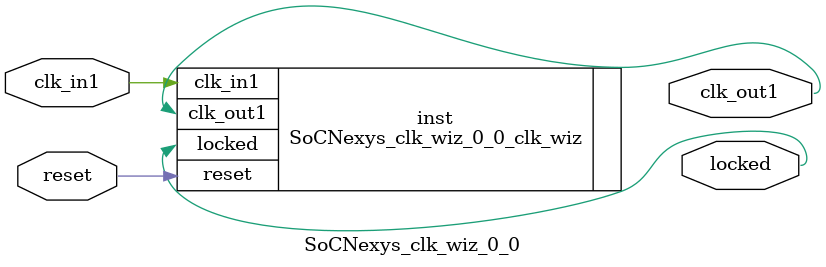
<source format=v>


`timescale 1ps/1ps

(* CORE_GENERATION_INFO = "SoCNexys_clk_wiz_0_0,clk_wiz_v6_0_5_0_0,{component_name=SoCNexys_clk_wiz_0_0,use_phase_alignment=true,use_min_o_jitter=false,use_max_i_jitter=false,use_dyn_phase_shift=false,use_inclk_switchover=false,use_dyn_reconfig=false,enable_axi=0,feedback_source=FDBK_AUTO,PRIMITIVE=MMCM,num_out_clk=1,clkin1_period=10.000,clkin2_period=10.000,use_power_down=false,use_reset=true,use_locked=true,use_inclk_stopped=false,feedback_type=SINGLE,CLOCK_MGR_TYPE=NA,manual_override=false}" *)

module SoCNexys_clk_wiz_0_0 
 (
  // Clock out ports
  output        clk_out1,
  // Status and control signals
  input         reset,
  output        locked,
 // Clock in ports
  input         clk_in1
 );

  SoCNexys_clk_wiz_0_0_clk_wiz inst
  (
  // Clock out ports  
  .clk_out1(clk_out1),
  // Status and control signals               
  .reset(reset), 
  .locked(locked),
 // Clock in ports
  .clk_in1(clk_in1)
  );

endmodule

</source>
